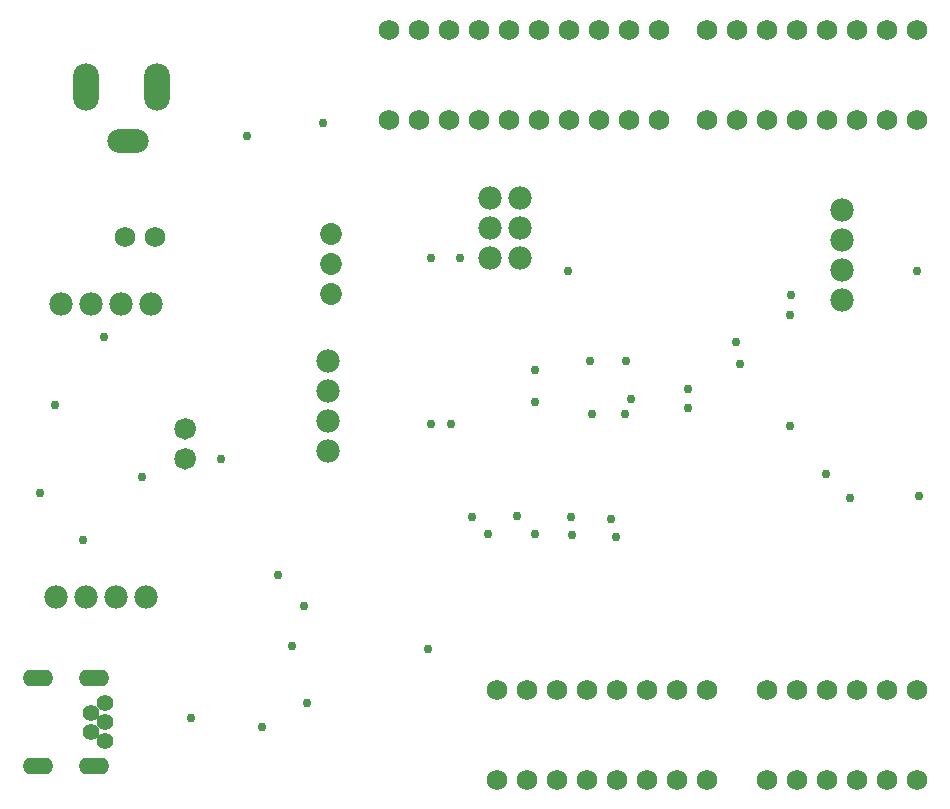
<source format=gbs>
G04*
G04 #@! TF.GenerationSoftware,Altium Limited,Altium Designer,22.1.2 (22)*
G04*
G04 Layer_Color=16711935*
%FSLAX25Y25*%
%MOIN*%
G70*
G04*
G04 #@! TF.SameCoordinates,DE848DBD-6215-49A0-A964-8366D708164F*
G04*
G04*
G04 #@! TF.FilePolarity,Negative*
G04*
G01*
G75*
%ADD37C,0.00000*%
%ADD50C,0.06800*%
%ADD51C,0.07800*%
%ADD52O,0.10249X0.05524*%
%ADD53C,0.05524*%
%ADD54C,0.07178*%
%ADD55O,0.13792X0.07887*%
%ADD56O,0.08674X0.15761*%
%ADD57C,0.07296*%
%ADD58C,0.03000*%
D37*
X69390Y114500D02*
G03*
X69390Y114500I-3390J0D01*
G01*
Y124500D02*
G03*
X69390Y124500I-3390J0D01*
G01*
D50*
X260000Y7500D02*
D03*
X270000D02*
D03*
X280000D02*
D03*
X290000D02*
D03*
X300000D02*
D03*
X310000D02*
D03*
X170000D02*
D03*
X180000D02*
D03*
X190000D02*
D03*
X200000D02*
D03*
X210000D02*
D03*
X220000D02*
D03*
X230000D02*
D03*
X240000D02*
D03*
X170000Y37500D02*
D03*
X180000D02*
D03*
X190000D02*
D03*
X200000D02*
D03*
X210000D02*
D03*
X220000D02*
D03*
X230000D02*
D03*
X240000D02*
D03*
X260000D02*
D03*
X270000D02*
D03*
X280000D02*
D03*
X290000D02*
D03*
X300000D02*
D03*
X310000D02*
D03*
X224000Y227500D02*
D03*
X214000D02*
D03*
X204000D02*
D03*
X194000D02*
D03*
X184000D02*
D03*
X174000D02*
D03*
X164000D02*
D03*
X154000D02*
D03*
X144000D02*
D03*
X134000D02*
D03*
X46000Y188500D02*
D03*
X56000D02*
D03*
X310000Y227500D02*
D03*
X300000D02*
D03*
X290000D02*
D03*
X280000D02*
D03*
X270000D02*
D03*
X260000D02*
D03*
X250000D02*
D03*
X240000D02*
D03*
X134000Y257500D02*
D03*
X144000D02*
D03*
X154000D02*
D03*
X164000D02*
D03*
X174000D02*
D03*
X184000D02*
D03*
X194000D02*
D03*
X204000D02*
D03*
X214000D02*
D03*
X224000D02*
D03*
X240000D02*
D03*
X250000D02*
D03*
X260000D02*
D03*
X270000D02*
D03*
X280000D02*
D03*
X290000D02*
D03*
X300000D02*
D03*
X310000D02*
D03*
D51*
X43000Y68500D02*
D03*
X53000D02*
D03*
X23000D02*
D03*
X33000D02*
D03*
X167500Y201500D02*
D03*
X177500D02*
D03*
X167500Y191500D02*
D03*
X177500D02*
D03*
X167500Y181500D02*
D03*
X177500D02*
D03*
X44500Y166000D02*
D03*
X54500D02*
D03*
X24500D02*
D03*
X34500D02*
D03*
X285000Y187500D02*
D03*
Y197500D02*
D03*
Y167500D02*
D03*
Y177500D02*
D03*
X113500Y137000D02*
D03*
Y147000D02*
D03*
Y117000D02*
D03*
Y127000D02*
D03*
D52*
X16875Y41331D02*
D03*
X35575D02*
D03*
Y12040D02*
D03*
X16875D02*
D03*
D53*
X39125Y20308D02*
D03*
Y26607D02*
D03*
X34386Y23458D02*
D03*
Y29757D02*
D03*
X39125Y32906D02*
D03*
D54*
X66000Y114500D02*
D03*
Y124500D02*
D03*
D55*
X46780Y220193D02*
D03*
D56*
X33000Y238500D02*
D03*
X56622D02*
D03*
D57*
X114500Y169500D02*
D03*
Y179500D02*
D03*
Y189500D02*
D03*
D58*
X86500Y222000D02*
D03*
X310500Y102000D02*
D03*
X310000Y177000D02*
D03*
X106500Y33000D02*
D03*
X68000Y28000D02*
D03*
X91500Y25000D02*
D03*
X97000Y75740D02*
D03*
X51500Y108500D02*
D03*
X279500Y109500D02*
D03*
X267500Y125500D02*
D03*
X287500Y101500D02*
D03*
X249500Y153500D02*
D03*
X233500Y137600D02*
D03*
Y131400D02*
D03*
X214500Y134500D02*
D03*
X77728Y114272D02*
D03*
X148000Y181500D02*
D03*
X112000Y226500D02*
D03*
X17600Y103000D02*
D03*
X39000Y155000D02*
D03*
X32000Y87500D02*
D03*
X22500Y132500D02*
D03*
X267500Y162500D02*
D03*
X267969Y169000D02*
D03*
X193500Y177000D02*
D03*
X157500Y181500D02*
D03*
X251000Y146000D02*
D03*
X176697Y95197D02*
D03*
X194500Y95000D02*
D03*
X209500Y88500D02*
D03*
X182697Y89197D02*
D03*
X208000Y94500D02*
D03*
X195000Y89000D02*
D03*
X161419Y94919D02*
D03*
X166919Y89419D02*
D03*
X105500Y65500D02*
D03*
X101500Y52000D02*
D03*
X201500Y129500D02*
D03*
X201000Y147000D02*
D03*
X154500Y126000D02*
D03*
X182500Y133500D02*
D03*
X212500Y129500D02*
D03*
X182500Y144000D02*
D03*
X213000Y147000D02*
D03*
X148000Y126000D02*
D03*
X147000Y51000D02*
D03*
M02*

</source>
